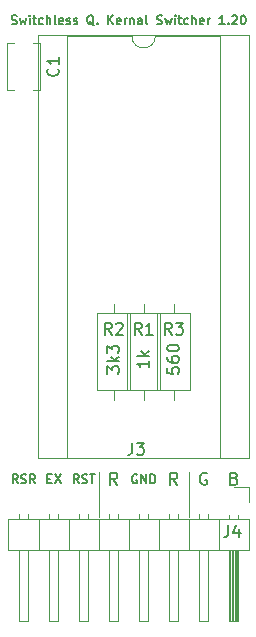
<source format=gbr>
G04 #@! TF.GenerationSoftware,KiCad,Pcbnew,(5.1.2)-1*
G04 #@! TF.CreationDate,2019-07-14T14:04:16+02:00*
G04 #@! TF.ProjectId,C64-Switchless-Quad-Kernal-Switcher,4336342d-5377-4697-9463-686c6573732d,1.20*
G04 #@! TF.SameCoordinates,Original*
G04 #@! TF.FileFunction,Legend,Top*
G04 #@! TF.FilePolarity,Positive*
%FSLAX46Y46*%
G04 Gerber Fmt 4.6, Leading zero omitted, Abs format (unit mm)*
G04 Created by KiCad (PCBNEW (5.1.2)-1) date 2019-07-14 14:04:16*
%MOMM*%
%LPD*%
G04 APERTURE LIST*
%ADD10C,0.150000*%
%ADD11C,0.120000*%
G04 APERTURE END LIST*
D10*
X103119285Y-56056571D02*
X103226428Y-56092285D01*
X103405000Y-56092285D01*
X103476428Y-56056571D01*
X103512142Y-56020857D01*
X103547857Y-55949428D01*
X103547857Y-55878000D01*
X103512142Y-55806571D01*
X103476428Y-55770857D01*
X103405000Y-55735142D01*
X103262142Y-55699428D01*
X103190714Y-55663714D01*
X103155000Y-55628000D01*
X103119285Y-55556571D01*
X103119285Y-55485142D01*
X103155000Y-55413714D01*
X103190714Y-55378000D01*
X103262142Y-55342285D01*
X103440714Y-55342285D01*
X103547857Y-55378000D01*
X103797857Y-55592285D02*
X103940714Y-56092285D01*
X104083571Y-55735142D01*
X104226428Y-56092285D01*
X104369285Y-55592285D01*
X104655000Y-56092285D02*
X104655000Y-55592285D01*
X104655000Y-55342285D02*
X104619285Y-55378000D01*
X104655000Y-55413714D01*
X104690714Y-55378000D01*
X104655000Y-55342285D01*
X104655000Y-55413714D01*
X104905000Y-55592285D02*
X105190714Y-55592285D01*
X105012142Y-55342285D02*
X105012142Y-55985142D01*
X105047857Y-56056571D01*
X105119285Y-56092285D01*
X105190714Y-56092285D01*
X105762142Y-56056571D02*
X105690714Y-56092285D01*
X105547857Y-56092285D01*
X105476428Y-56056571D01*
X105440714Y-56020857D01*
X105405000Y-55949428D01*
X105405000Y-55735142D01*
X105440714Y-55663714D01*
X105476428Y-55628000D01*
X105547857Y-55592285D01*
X105690714Y-55592285D01*
X105762142Y-55628000D01*
X106083571Y-56092285D02*
X106083571Y-55342285D01*
X106405000Y-56092285D02*
X106405000Y-55699428D01*
X106369285Y-55628000D01*
X106297857Y-55592285D01*
X106190714Y-55592285D01*
X106119285Y-55628000D01*
X106083571Y-55663714D01*
X106869285Y-56092285D02*
X106797857Y-56056571D01*
X106762142Y-55985142D01*
X106762142Y-55342285D01*
X107440714Y-56056571D02*
X107369285Y-56092285D01*
X107226428Y-56092285D01*
X107155000Y-56056571D01*
X107119285Y-55985142D01*
X107119285Y-55699428D01*
X107155000Y-55628000D01*
X107226428Y-55592285D01*
X107369285Y-55592285D01*
X107440714Y-55628000D01*
X107476428Y-55699428D01*
X107476428Y-55770857D01*
X107119285Y-55842285D01*
X107762142Y-56056571D02*
X107833571Y-56092285D01*
X107976428Y-56092285D01*
X108047857Y-56056571D01*
X108083571Y-55985142D01*
X108083571Y-55949428D01*
X108047857Y-55878000D01*
X107976428Y-55842285D01*
X107869285Y-55842285D01*
X107797857Y-55806571D01*
X107762142Y-55735142D01*
X107762142Y-55699428D01*
X107797857Y-55628000D01*
X107869285Y-55592285D01*
X107976428Y-55592285D01*
X108047857Y-55628000D01*
X108369285Y-56056571D02*
X108440714Y-56092285D01*
X108583571Y-56092285D01*
X108655000Y-56056571D01*
X108690714Y-55985142D01*
X108690714Y-55949428D01*
X108655000Y-55878000D01*
X108583571Y-55842285D01*
X108476428Y-55842285D01*
X108405000Y-55806571D01*
X108369285Y-55735142D01*
X108369285Y-55699428D01*
X108405000Y-55628000D01*
X108476428Y-55592285D01*
X108583571Y-55592285D01*
X108655000Y-55628000D01*
X110083571Y-56163714D02*
X110012142Y-56128000D01*
X109940714Y-56056571D01*
X109833571Y-55949428D01*
X109762142Y-55913714D01*
X109690714Y-55913714D01*
X109726428Y-56092285D02*
X109655000Y-56056571D01*
X109583571Y-55985142D01*
X109547857Y-55842285D01*
X109547857Y-55592285D01*
X109583571Y-55449428D01*
X109655000Y-55378000D01*
X109726428Y-55342285D01*
X109869285Y-55342285D01*
X109940714Y-55378000D01*
X110012142Y-55449428D01*
X110047857Y-55592285D01*
X110047857Y-55842285D01*
X110012142Y-55985142D01*
X109940714Y-56056571D01*
X109869285Y-56092285D01*
X109726428Y-56092285D01*
X110369285Y-56020857D02*
X110405000Y-56056571D01*
X110369285Y-56092285D01*
X110333571Y-56056571D01*
X110369285Y-56020857D01*
X110369285Y-56092285D01*
X111297857Y-56092285D02*
X111297857Y-55342285D01*
X111726428Y-56092285D02*
X111405000Y-55663714D01*
X111726428Y-55342285D02*
X111297857Y-55770857D01*
X112333571Y-56056571D02*
X112262142Y-56092285D01*
X112119285Y-56092285D01*
X112047857Y-56056571D01*
X112012142Y-55985142D01*
X112012142Y-55699428D01*
X112047857Y-55628000D01*
X112119285Y-55592285D01*
X112262142Y-55592285D01*
X112333571Y-55628000D01*
X112369285Y-55699428D01*
X112369285Y-55770857D01*
X112012142Y-55842285D01*
X112690714Y-56092285D02*
X112690714Y-55592285D01*
X112690714Y-55735142D02*
X112726428Y-55663714D01*
X112762142Y-55628000D01*
X112833571Y-55592285D01*
X112905000Y-55592285D01*
X113155000Y-55592285D02*
X113155000Y-56092285D01*
X113155000Y-55663714D02*
X113190714Y-55628000D01*
X113262142Y-55592285D01*
X113369285Y-55592285D01*
X113440714Y-55628000D01*
X113476428Y-55699428D01*
X113476428Y-56092285D01*
X114155000Y-56092285D02*
X114155000Y-55699428D01*
X114119285Y-55628000D01*
X114047857Y-55592285D01*
X113905000Y-55592285D01*
X113833571Y-55628000D01*
X114155000Y-56056571D02*
X114083571Y-56092285D01*
X113905000Y-56092285D01*
X113833571Y-56056571D01*
X113797857Y-55985142D01*
X113797857Y-55913714D01*
X113833571Y-55842285D01*
X113905000Y-55806571D01*
X114083571Y-55806571D01*
X114155000Y-55770857D01*
X114619285Y-56092285D02*
X114547857Y-56056571D01*
X114512142Y-55985142D01*
X114512142Y-55342285D01*
X115440714Y-56056571D02*
X115547857Y-56092285D01*
X115726428Y-56092285D01*
X115797857Y-56056571D01*
X115833571Y-56020857D01*
X115869285Y-55949428D01*
X115869285Y-55878000D01*
X115833571Y-55806571D01*
X115797857Y-55770857D01*
X115726428Y-55735142D01*
X115583571Y-55699428D01*
X115512142Y-55663714D01*
X115476428Y-55628000D01*
X115440714Y-55556571D01*
X115440714Y-55485142D01*
X115476428Y-55413714D01*
X115512142Y-55378000D01*
X115583571Y-55342285D01*
X115762142Y-55342285D01*
X115869285Y-55378000D01*
X116119285Y-55592285D02*
X116262142Y-56092285D01*
X116405000Y-55735142D01*
X116547857Y-56092285D01*
X116690714Y-55592285D01*
X116976428Y-56092285D02*
X116976428Y-55592285D01*
X116976428Y-55342285D02*
X116940714Y-55378000D01*
X116976428Y-55413714D01*
X117012142Y-55378000D01*
X116976428Y-55342285D01*
X116976428Y-55413714D01*
X117226428Y-55592285D02*
X117512142Y-55592285D01*
X117333571Y-55342285D02*
X117333571Y-55985142D01*
X117369285Y-56056571D01*
X117440714Y-56092285D01*
X117512142Y-56092285D01*
X118083571Y-56056571D02*
X118012142Y-56092285D01*
X117869285Y-56092285D01*
X117797857Y-56056571D01*
X117762142Y-56020857D01*
X117726428Y-55949428D01*
X117726428Y-55735142D01*
X117762142Y-55663714D01*
X117797857Y-55628000D01*
X117869285Y-55592285D01*
X118012142Y-55592285D01*
X118083571Y-55628000D01*
X118405000Y-56092285D02*
X118405000Y-55342285D01*
X118726428Y-56092285D02*
X118726428Y-55699428D01*
X118690714Y-55628000D01*
X118619285Y-55592285D01*
X118512142Y-55592285D01*
X118440714Y-55628000D01*
X118405000Y-55663714D01*
X119369285Y-56056571D02*
X119297857Y-56092285D01*
X119155000Y-56092285D01*
X119083571Y-56056571D01*
X119047857Y-55985142D01*
X119047857Y-55699428D01*
X119083571Y-55628000D01*
X119155000Y-55592285D01*
X119297857Y-55592285D01*
X119369285Y-55628000D01*
X119405000Y-55699428D01*
X119405000Y-55770857D01*
X119047857Y-55842285D01*
X119726428Y-56092285D02*
X119726428Y-55592285D01*
X119726428Y-55735142D02*
X119762142Y-55663714D01*
X119797857Y-55628000D01*
X119869285Y-55592285D01*
X119940714Y-55592285D01*
X121155000Y-56092285D02*
X120726428Y-56092285D01*
X120940714Y-56092285D02*
X120940714Y-55342285D01*
X120869285Y-55449428D01*
X120797857Y-55520857D01*
X120726428Y-55556571D01*
X121476428Y-56020857D02*
X121512142Y-56056571D01*
X121476428Y-56092285D01*
X121440714Y-56056571D01*
X121476428Y-56020857D01*
X121476428Y-56092285D01*
X121797857Y-55413714D02*
X121833571Y-55378000D01*
X121905000Y-55342285D01*
X122083571Y-55342285D01*
X122155000Y-55378000D01*
X122190714Y-55413714D01*
X122226428Y-55485142D01*
X122226428Y-55556571D01*
X122190714Y-55663714D01*
X121762142Y-56092285D01*
X122226428Y-56092285D01*
X122690714Y-55342285D02*
X122762142Y-55342285D01*
X122833571Y-55378000D01*
X122869285Y-55413714D01*
X122905000Y-55485142D01*
X122940714Y-55628000D01*
X122940714Y-55806571D01*
X122905000Y-55949428D01*
X122869285Y-56020857D01*
X122833571Y-56056571D01*
X122762142Y-56092285D01*
X122690714Y-56092285D01*
X122619285Y-56056571D01*
X122583571Y-56020857D01*
X122547857Y-55949428D01*
X122512142Y-55806571D01*
X122512142Y-55628000D01*
X122547857Y-55485142D01*
X122583571Y-55413714D01*
X122619285Y-55378000D01*
X122690714Y-55342285D01*
D11*
X118110000Y-93980000D02*
X118110000Y-97790000D01*
X110490000Y-93980000D02*
X110490000Y-97790000D01*
D10*
X106162142Y-94561428D02*
X106412142Y-94561428D01*
X106519285Y-94954285D02*
X106162142Y-94954285D01*
X106162142Y-94204285D01*
X106519285Y-94204285D01*
X106769285Y-94204285D02*
X107269285Y-94954285D01*
X107269285Y-94204285D02*
X106769285Y-94954285D01*
X103640000Y-94954285D02*
X103390000Y-94597142D01*
X103211428Y-94954285D02*
X103211428Y-94204285D01*
X103497142Y-94204285D01*
X103568571Y-94240000D01*
X103604285Y-94275714D01*
X103640000Y-94347142D01*
X103640000Y-94454285D01*
X103604285Y-94525714D01*
X103568571Y-94561428D01*
X103497142Y-94597142D01*
X103211428Y-94597142D01*
X103925714Y-94918571D02*
X104032857Y-94954285D01*
X104211428Y-94954285D01*
X104282857Y-94918571D01*
X104318571Y-94882857D01*
X104354285Y-94811428D01*
X104354285Y-94740000D01*
X104318571Y-94668571D01*
X104282857Y-94632857D01*
X104211428Y-94597142D01*
X104068571Y-94561428D01*
X103997142Y-94525714D01*
X103961428Y-94490000D01*
X103925714Y-94418571D01*
X103925714Y-94347142D01*
X103961428Y-94275714D01*
X103997142Y-94240000D01*
X104068571Y-94204285D01*
X104247142Y-94204285D01*
X104354285Y-94240000D01*
X105104285Y-94954285D02*
X104854285Y-94597142D01*
X104675714Y-94954285D02*
X104675714Y-94204285D01*
X104961428Y-94204285D01*
X105032857Y-94240000D01*
X105068571Y-94275714D01*
X105104285Y-94347142D01*
X105104285Y-94454285D01*
X105068571Y-94525714D01*
X105032857Y-94561428D01*
X104961428Y-94597142D01*
X104675714Y-94597142D01*
X108809285Y-94954285D02*
X108559285Y-94597142D01*
X108380714Y-94954285D02*
X108380714Y-94204285D01*
X108666428Y-94204285D01*
X108737857Y-94240000D01*
X108773571Y-94275714D01*
X108809285Y-94347142D01*
X108809285Y-94454285D01*
X108773571Y-94525714D01*
X108737857Y-94561428D01*
X108666428Y-94597142D01*
X108380714Y-94597142D01*
X109095000Y-94918571D02*
X109202142Y-94954285D01*
X109380714Y-94954285D01*
X109452142Y-94918571D01*
X109487857Y-94882857D01*
X109523571Y-94811428D01*
X109523571Y-94740000D01*
X109487857Y-94668571D01*
X109452142Y-94632857D01*
X109380714Y-94597142D01*
X109237857Y-94561428D01*
X109166428Y-94525714D01*
X109130714Y-94490000D01*
X109095000Y-94418571D01*
X109095000Y-94347142D01*
X109130714Y-94275714D01*
X109166428Y-94240000D01*
X109237857Y-94204285D01*
X109416428Y-94204285D01*
X109523571Y-94240000D01*
X109737857Y-94204285D02*
X110166428Y-94204285D01*
X109952142Y-94954285D02*
X109952142Y-94204285D01*
X113728571Y-94240000D02*
X113657142Y-94204285D01*
X113550000Y-94204285D01*
X113442857Y-94240000D01*
X113371428Y-94311428D01*
X113335714Y-94382857D01*
X113300000Y-94525714D01*
X113300000Y-94632857D01*
X113335714Y-94775714D01*
X113371428Y-94847142D01*
X113442857Y-94918571D01*
X113550000Y-94954285D01*
X113621428Y-94954285D01*
X113728571Y-94918571D01*
X113764285Y-94882857D01*
X113764285Y-94632857D01*
X113621428Y-94632857D01*
X114085714Y-94954285D02*
X114085714Y-94204285D01*
X114514285Y-94954285D01*
X114514285Y-94204285D01*
X114871428Y-94954285D02*
X114871428Y-94204285D01*
X115050000Y-94204285D01*
X115157142Y-94240000D01*
X115228571Y-94311428D01*
X115264285Y-94382857D01*
X115300000Y-94525714D01*
X115300000Y-94632857D01*
X115264285Y-94775714D01*
X115228571Y-94847142D01*
X115157142Y-94918571D01*
X115050000Y-94954285D01*
X114871428Y-94954285D01*
X112069523Y-95067380D02*
X111736190Y-94591190D01*
X111498095Y-95067380D02*
X111498095Y-94067380D01*
X111879047Y-94067380D01*
X111974285Y-94115000D01*
X112021904Y-94162619D01*
X112069523Y-94257857D01*
X112069523Y-94400714D01*
X112021904Y-94495952D01*
X111974285Y-94543571D01*
X111879047Y-94591190D01*
X111498095Y-94591190D01*
X117149523Y-95067380D02*
X116816190Y-94591190D01*
X116578095Y-95067380D02*
X116578095Y-94067380D01*
X116959047Y-94067380D01*
X117054285Y-94115000D01*
X117101904Y-94162619D01*
X117149523Y-94257857D01*
X117149523Y-94400714D01*
X117101904Y-94495952D01*
X117054285Y-94543571D01*
X116959047Y-94591190D01*
X116578095Y-94591190D01*
X119641904Y-94115000D02*
X119546666Y-94067380D01*
X119403809Y-94067380D01*
X119260952Y-94115000D01*
X119165714Y-94210238D01*
X119118095Y-94305476D01*
X119070476Y-94495952D01*
X119070476Y-94638809D01*
X119118095Y-94829285D01*
X119165714Y-94924523D01*
X119260952Y-95019761D01*
X119403809Y-95067380D01*
X119499047Y-95067380D01*
X119641904Y-95019761D01*
X119689523Y-94972142D01*
X119689523Y-94638809D01*
X119499047Y-94638809D01*
X121991428Y-94543571D02*
X122134285Y-94591190D01*
X122181904Y-94638809D01*
X122229523Y-94734047D01*
X122229523Y-94876904D01*
X122181904Y-94972142D01*
X122134285Y-95019761D01*
X122039047Y-95067380D01*
X121658095Y-95067380D01*
X121658095Y-94067380D01*
X121991428Y-94067380D01*
X122086666Y-94115000D01*
X122134285Y-94162619D01*
X122181904Y-94257857D01*
X122181904Y-94353095D01*
X122134285Y-94448333D01*
X122086666Y-94495952D01*
X121991428Y-94543571D01*
X121658095Y-94543571D01*
D11*
X115300000Y-57090000D02*
G75*
G02X113300000Y-57090000I-1000000J0D01*
G01*
X113300000Y-57090000D02*
X107840000Y-57090000D01*
X107840000Y-57090000D02*
X107840000Y-92770000D01*
X107840000Y-92770000D02*
X120760000Y-92770000D01*
X120760000Y-92770000D02*
X120760000Y-57090000D01*
X120760000Y-57090000D02*
X115300000Y-57090000D01*
X105350000Y-57030000D02*
X105350000Y-92830000D01*
X105350000Y-92830000D02*
X123250000Y-92830000D01*
X123250000Y-92830000D02*
X123250000Y-57030000D01*
X123250000Y-57030000D02*
X105350000Y-57030000D01*
X105560000Y-57650000D02*
X105560000Y-61690000D01*
X102720000Y-57650000D02*
X102720000Y-61690000D01*
X105560000Y-57650000D02*
X104935000Y-57650000D01*
X103345000Y-57650000D02*
X102720000Y-57650000D01*
X105560000Y-61690000D02*
X104935000Y-61690000D01*
X103345000Y-61690000D02*
X102720000Y-61690000D01*
X123250000Y-97960000D02*
X102810000Y-97960000D01*
X102810000Y-97960000D02*
X102810000Y-100620000D01*
X102810000Y-100620000D02*
X123250000Y-100620000D01*
X123250000Y-100620000D02*
X123250000Y-97960000D01*
X122300000Y-100620000D02*
X122300000Y-106620000D01*
X122300000Y-106620000D02*
X121540000Y-106620000D01*
X121540000Y-106620000D02*
X121540000Y-100620000D01*
X122240000Y-100620000D02*
X122240000Y-106620000D01*
X122120000Y-100620000D02*
X122120000Y-106620000D01*
X122000000Y-100620000D02*
X122000000Y-106620000D01*
X121880000Y-100620000D02*
X121880000Y-106620000D01*
X121760000Y-100620000D02*
X121760000Y-106620000D01*
X121640000Y-100620000D02*
X121640000Y-106620000D01*
X122300000Y-97630000D02*
X122300000Y-97960000D01*
X121540000Y-97630000D02*
X121540000Y-97960000D01*
X120650000Y-97960000D02*
X120650000Y-100620000D01*
X119760000Y-100620000D02*
X119760000Y-106620000D01*
X119760000Y-106620000D02*
X119000000Y-106620000D01*
X119000000Y-106620000D02*
X119000000Y-100620000D01*
X119760000Y-97562929D02*
X119760000Y-97960000D01*
X119000000Y-97562929D02*
X119000000Y-97960000D01*
X118110000Y-97960000D02*
X118110000Y-100620000D01*
X117220000Y-100620000D02*
X117220000Y-106620000D01*
X117220000Y-106620000D02*
X116460000Y-106620000D01*
X116460000Y-106620000D02*
X116460000Y-100620000D01*
X117220000Y-97562929D02*
X117220000Y-97960000D01*
X116460000Y-97562929D02*
X116460000Y-97960000D01*
X115570000Y-97960000D02*
X115570000Y-100620000D01*
X114680000Y-100620000D02*
X114680000Y-106620000D01*
X114680000Y-106620000D02*
X113920000Y-106620000D01*
X113920000Y-106620000D02*
X113920000Y-100620000D01*
X114680000Y-97562929D02*
X114680000Y-97960000D01*
X113920000Y-97562929D02*
X113920000Y-97960000D01*
X113030000Y-97960000D02*
X113030000Y-100620000D01*
X112140000Y-100620000D02*
X112140000Y-106620000D01*
X112140000Y-106620000D02*
X111380000Y-106620000D01*
X111380000Y-106620000D02*
X111380000Y-100620000D01*
X112140000Y-97562929D02*
X112140000Y-97960000D01*
X111380000Y-97562929D02*
X111380000Y-97960000D01*
X110490000Y-97960000D02*
X110490000Y-100620000D01*
X109600000Y-100620000D02*
X109600000Y-106620000D01*
X109600000Y-106620000D02*
X108840000Y-106620000D01*
X108840000Y-106620000D02*
X108840000Y-100620000D01*
X109600000Y-97562929D02*
X109600000Y-97960000D01*
X108840000Y-97562929D02*
X108840000Y-97960000D01*
X107950000Y-97960000D02*
X107950000Y-100620000D01*
X107060000Y-100620000D02*
X107060000Y-106620000D01*
X107060000Y-106620000D02*
X106300000Y-106620000D01*
X106300000Y-106620000D02*
X106300000Y-100620000D01*
X107060000Y-97562929D02*
X107060000Y-97960000D01*
X106300000Y-97562929D02*
X106300000Y-97960000D01*
X105410000Y-97960000D02*
X105410000Y-100620000D01*
X104520000Y-100620000D02*
X104520000Y-106620000D01*
X104520000Y-106620000D02*
X103760000Y-106620000D01*
X103760000Y-106620000D02*
X103760000Y-100620000D01*
X104520000Y-97562929D02*
X104520000Y-97960000D01*
X103760000Y-97562929D02*
X103760000Y-97960000D01*
X121920000Y-95250000D02*
X123190000Y-95250000D01*
X123190000Y-95250000D02*
X123190000Y-96520000D01*
X112930000Y-87090000D02*
X115670000Y-87090000D01*
X115670000Y-87090000D02*
X115670000Y-80550000D01*
X115670000Y-80550000D02*
X112930000Y-80550000D01*
X112930000Y-80550000D02*
X112930000Y-87090000D01*
X114300000Y-87860000D02*
X114300000Y-87090000D01*
X114300000Y-79780000D02*
X114300000Y-80550000D01*
X111760000Y-79780000D02*
X111760000Y-80550000D01*
X111760000Y-87860000D02*
X111760000Y-87090000D01*
X110390000Y-80550000D02*
X110390000Y-87090000D01*
X113130000Y-80550000D02*
X110390000Y-80550000D01*
X113130000Y-87090000D02*
X113130000Y-80550000D01*
X110390000Y-87090000D02*
X113130000Y-87090000D01*
X115470000Y-87090000D02*
X118210000Y-87090000D01*
X118210000Y-87090000D02*
X118210000Y-80550000D01*
X118210000Y-80550000D02*
X115470000Y-80550000D01*
X115470000Y-80550000D02*
X115470000Y-87090000D01*
X116840000Y-87860000D02*
X116840000Y-87090000D01*
X116840000Y-79780000D02*
X116840000Y-80550000D01*
D10*
X113331666Y-91527380D02*
X113331666Y-92241666D01*
X113284047Y-92384523D01*
X113188809Y-92479761D01*
X113045952Y-92527380D01*
X112950714Y-92527380D01*
X113712619Y-91527380D02*
X114331666Y-91527380D01*
X113998333Y-91908333D01*
X114141190Y-91908333D01*
X114236428Y-91955952D01*
X114284047Y-92003571D01*
X114331666Y-92098809D01*
X114331666Y-92336904D01*
X114284047Y-92432142D01*
X114236428Y-92479761D01*
X114141190Y-92527380D01*
X113855476Y-92527380D01*
X113760238Y-92479761D01*
X113712619Y-92432142D01*
X107047142Y-59836666D02*
X107094761Y-59884285D01*
X107142380Y-60027142D01*
X107142380Y-60122380D01*
X107094761Y-60265238D01*
X106999523Y-60360476D01*
X106904285Y-60408095D01*
X106713809Y-60455714D01*
X106570952Y-60455714D01*
X106380476Y-60408095D01*
X106285238Y-60360476D01*
X106190000Y-60265238D01*
X106142380Y-60122380D01*
X106142380Y-60027142D01*
X106190000Y-59884285D01*
X106237619Y-59836666D01*
X107142380Y-58884285D02*
X107142380Y-59455714D01*
X107142380Y-59170000D02*
X106142380Y-59170000D01*
X106285238Y-59265238D01*
X106380476Y-59360476D01*
X106428095Y-59455714D01*
X121459666Y-98512380D02*
X121459666Y-99226666D01*
X121412047Y-99369523D01*
X121316809Y-99464761D01*
X121173952Y-99512380D01*
X121078714Y-99512380D01*
X122364428Y-98845714D02*
X122364428Y-99512380D01*
X122126333Y-98464761D02*
X121888238Y-99179047D01*
X122507285Y-99179047D01*
X114133333Y-82367380D02*
X113800000Y-81891190D01*
X113561904Y-82367380D02*
X113561904Y-81367380D01*
X113942857Y-81367380D01*
X114038095Y-81415000D01*
X114085714Y-81462619D01*
X114133333Y-81557857D01*
X114133333Y-81700714D01*
X114085714Y-81795952D01*
X114038095Y-81843571D01*
X113942857Y-81891190D01*
X113561904Y-81891190D01*
X115085714Y-82367380D02*
X114514285Y-82367380D01*
X114800000Y-82367380D02*
X114800000Y-81367380D01*
X114704761Y-81510238D01*
X114609523Y-81605476D01*
X114514285Y-81653095D01*
X114752380Y-84574047D02*
X114752380Y-85145476D01*
X114752380Y-84859761D02*
X113752380Y-84859761D01*
X113895238Y-84955000D01*
X113990476Y-85050238D01*
X114038095Y-85145476D01*
X114752380Y-84145476D02*
X113752380Y-84145476D01*
X114371428Y-84050238D02*
X114752380Y-83764523D01*
X114085714Y-83764523D02*
X114466666Y-84145476D01*
X111593333Y-82367380D02*
X111260000Y-81891190D01*
X111021904Y-82367380D02*
X111021904Y-81367380D01*
X111402857Y-81367380D01*
X111498095Y-81415000D01*
X111545714Y-81462619D01*
X111593333Y-81557857D01*
X111593333Y-81700714D01*
X111545714Y-81795952D01*
X111498095Y-81843571D01*
X111402857Y-81891190D01*
X111021904Y-81891190D01*
X111974285Y-81462619D02*
X112021904Y-81415000D01*
X112117142Y-81367380D01*
X112355238Y-81367380D01*
X112450476Y-81415000D01*
X112498095Y-81462619D01*
X112545714Y-81557857D01*
X112545714Y-81653095D01*
X112498095Y-81795952D01*
X111926666Y-82367380D01*
X112545714Y-82367380D01*
X111212380Y-85669285D02*
X111212380Y-85050238D01*
X111593333Y-85383571D01*
X111593333Y-85240714D01*
X111640952Y-85145476D01*
X111688571Y-85097857D01*
X111783809Y-85050238D01*
X112021904Y-85050238D01*
X112117142Y-85097857D01*
X112164761Y-85145476D01*
X112212380Y-85240714D01*
X112212380Y-85526428D01*
X112164761Y-85621666D01*
X112117142Y-85669285D01*
X112212380Y-84621666D02*
X111212380Y-84621666D01*
X111831428Y-84526428D02*
X112212380Y-84240714D01*
X111545714Y-84240714D02*
X111926666Y-84621666D01*
X111212380Y-83907380D02*
X111212380Y-83288333D01*
X111593333Y-83621666D01*
X111593333Y-83478809D01*
X111640952Y-83383571D01*
X111688571Y-83335952D01*
X111783809Y-83288333D01*
X112021904Y-83288333D01*
X112117142Y-83335952D01*
X112164761Y-83383571D01*
X112212380Y-83478809D01*
X112212380Y-83764523D01*
X112164761Y-83859761D01*
X112117142Y-83907380D01*
X116673333Y-82367380D02*
X116340000Y-81891190D01*
X116101904Y-82367380D02*
X116101904Y-81367380D01*
X116482857Y-81367380D01*
X116578095Y-81415000D01*
X116625714Y-81462619D01*
X116673333Y-81557857D01*
X116673333Y-81700714D01*
X116625714Y-81795952D01*
X116578095Y-81843571D01*
X116482857Y-81891190D01*
X116101904Y-81891190D01*
X117006666Y-81367380D02*
X117625714Y-81367380D01*
X117292380Y-81748333D01*
X117435238Y-81748333D01*
X117530476Y-81795952D01*
X117578095Y-81843571D01*
X117625714Y-81938809D01*
X117625714Y-82176904D01*
X117578095Y-82272142D01*
X117530476Y-82319761D01*
X117435238Y-82367380D01*
X117149523Y-82367380D01*
X117054285Y-82319761D01*
X117006666Y-82272142D01*
X116292380Y-85169285D02*
X116292380Y-85645476D01*
X116768571Y-85693095D01*
X116720952Y-85645476D01*
X116673333Y-85550238D01*
X116673333Y-85312142D01*
X116720952Y-85216904D01*
X116768571Y-85169285D01*
X116863809Y-85121666D01*
X117101904Y-85121666D01*
X117197142Y-85169285D01*
X117244761Y-85216904D01*
X117292380Y-85312142D01*
X117292380Y-85550238D01*
X117244761Y-85645476D01*
X117197142Y-85693095D01*
X116292380Y-84264523D02*
X116292380Y-84455000D01*
X116340000Y-84550238D01*
X116387619Y-84597857D01*
X116530476Y-84693095D01*
X116720952Y-84740714D01*
X117101904Y-84740714D01*
X117197142Y-84693095D01*
X117244761Y-84645476D01*
X117292380Y-84550238D01*
X117292380Y-84359761D01*
X117244761Y-84264523D01*
X117197142Y-84216904D01*
X117101904Y-84169285D01*
X116863809Y-84169285D01*
X116768571Y-84216904D01*
X116720952Y-84264523D01*
X116673333Y-84359761D01*
X116673333Y-84550238D01*
X116720952Y-84645476D01*
X116768571Y-84693095D01*
X116863809Y-84740714D01*
X116292380Y-83550238D02*
X116292380Y-83455000D01*
X116340000Y-83359761D01*
X116387619Y-83312142D01*
X116482857Y-83264523D01*
X116673333Y-83216904D01*
X116911428Y-83216904D01*
X117101904Y-83264523D01*
X117197142Y-83312142D01*
X117244761Y-83359761D01*
X117292380Y-83455000D01*
X117292380Y-83550238D01*
X117244761Y-83645476D01*
X117197142Y-83693095D01*
X117101904Y-83740714D01*
X116911428Y-83788333D01*
X116673333Y-83788333D01*
X116482857Y-83740714D01*
X116387619Y-83693095D01*
X116340000Y-83645476D01*
X116292380Y-83550238D01*
M02*

</source>
